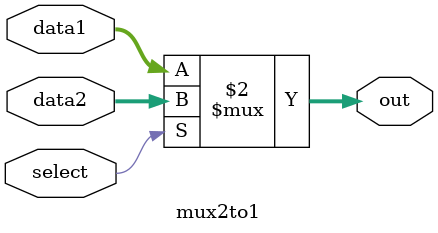
<source format=v>
module mux2to1 (data1, data2, select, out);
input [4:0]data1, data2;
input select;
output [4:0]out;
assign out = (select == 0) ? data1 : data2;
endmodule
</source>
